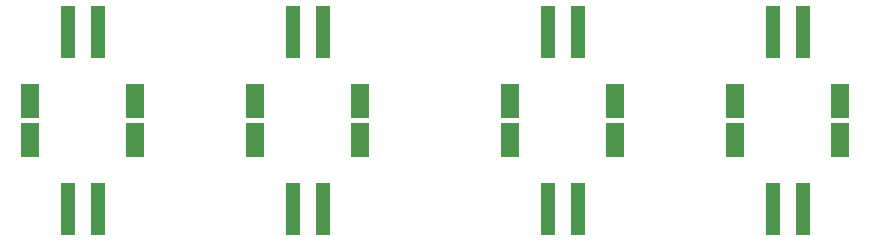
<source format=gbr>
G04 EAGLE Gerber RS-274X export*
G75*
%MOMM*%
%FSLAX34Y34*%
%LPD*%
%INSolderpaste Bottom*%
%IPPOS*%
%AMOC8*
5,1,8,0,0,1.08239X$1,22.5*%
G01*
%ADD10R,1.300000X4.500000*%
%ADD11R,1.600000X3.000000*%


D10*
X-310950Y74750D03*
X-285950Y74750D03*
D11*
X-342950Y16750D03*
X-253950Y16750D03*
D10*
X-285950Y-74750D03*
X-310950Y-74750D03*
D11*
X-253950Y-16750D03*
X-342950Y-16750D03*
D10*
X-120450Y74750D03*
X-95450Y74750D03*
D11*
X-152450Y16750D03*
X-63450Y16750D03*
D10*
X-95450Y-74750D03*
X-120450Y-74750D03*
D11*
X-63450Y-16750D03*
X-152450Y-16750D03*
D10*
X95450Y74750D03*
X120450Y74750D03*
D11*
X63450Y16750D03*
X152450Y16750D03*
D10*
X120450Y-74750D03*
X95450Y-74750D03*
D11*
X152450Y-16750D03*
X63450Y-16750D03*
D10*
X285950Y74750D03*
X310950Y74750D03*
D11*
X253950Y16750D03*
X342950Y16750D03*
D10*
X310950Y-74750D03*
X285950Y-74750D03*
D11*
X342950Y-16750D03*
X253950Y-16750D03*
M02*

</source>
